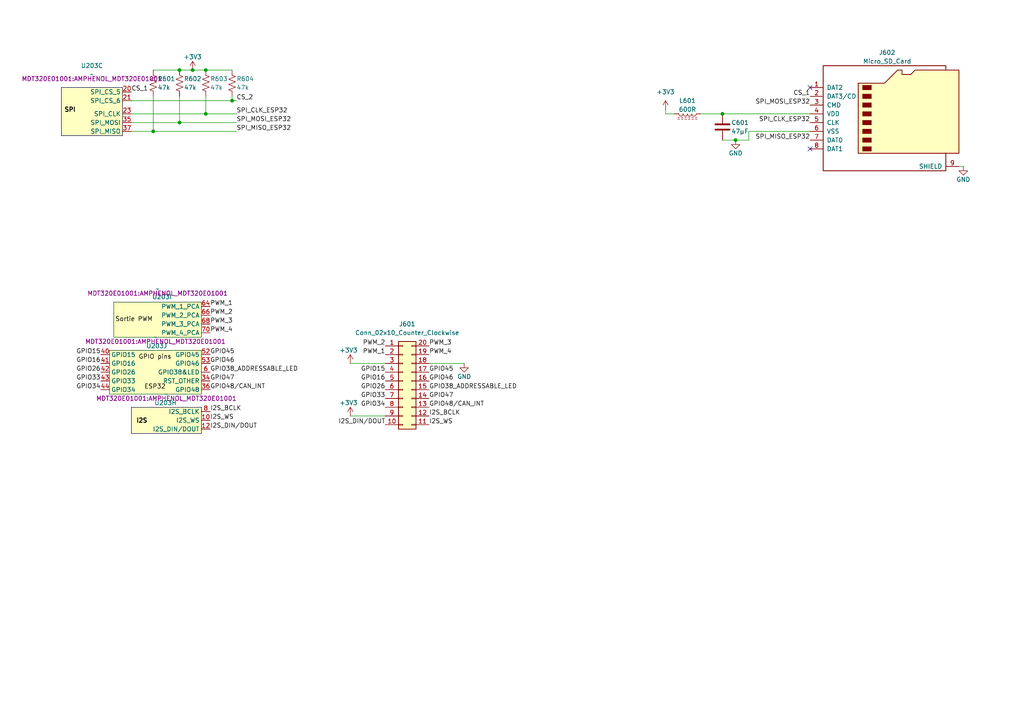
<source format=kicad_sch>
(kicad_sch (version 20231120) (generator "eeschema") (generator_version "8.0")
  (paper "A4")
  (title_block (title "Mobo V2.0") (date "2024-12-19") (rev "2.0") (company "Robotique UdeS - Biogénius") (comment 1 "Jacob Turcotte") (comment 2 "Schéma électrique créer par:"))
  (lib_symbols
    (symbol "Connector:Micro_SD_Card" (pin_names (offset 1.016))
      (property "Reference" "J" (at -16.51 15.24 0))
      (property "Value" "Micro_SD_Card" (at 16.51 15.24 0))
      (symbol "Micro_SD_Card_0_1"
        (rectangle (start -7.62 -9.525) (end -5.08 -10.795) (fill (type outline)))
        (rectangle (start -7.62 -6.985) (end -5.08 -8.255) (fill (type outline)))
        (rectangle (start -7.62 -4.445) (end -5.08 -5.715) (fill (type outline)))
        (rectangle (start -7.62 -1.905) (end -5.08 -3.175) (fill (type outline)))
        (rectangle (start -7.62 0.635) (end -5.08 -0.635) (fill (type outline)))
        (rectangle (start -7.62 3.175) (end -5.08 1.905) (fill (type outline)))
        (rectangle (start -7.62 5.715) (end -5.08 4.445) (fill (type outline)))
        (rectangle (start -7.62 8.255) (end -5.08 6.985) (fill (type outline)))
        (polyline (pts (xy 16.51 12.7) (xy 16.51 13.97) (xy -19.05 13.97) (xy -19.05 -16.51) (xy 16.51 -16.51) (xy 16.51 -11.43)) (stroke (width 0.254)))
        (polyline (pts (xy -8.89 -11.43) (xy -8.89 8.89) (xy -1.27 8.89) (xy 2.54 12.7) (xy 3.81 12.7) (xy 3.81 11.43) (xy 6.35 11.43) (xy 7.62 12.7) (xy 20.32 12.7) (xy 20.32 -11.43) (xy -8.89 -11.43)) (stroke (width 0.254)) (fill (type background)))
      )
      (symbol "Micro_SD_Card_1_1"
        (pin bidirectional line (at -22.86 7.62 0) (length 3.81) (name "DAT2") (number "1"))
        (pin bidirectional line (at -22.86 5.08 0) (length 3.81) (name "DAT3/CD") (number "2"))
        (pin input line (at -22.86 2.54 0) (length 3.81) (name "CMD") (number "3"))
        (pin power_in line (at -22.86 0 0) (length 3.81) (name "VDD") (number "4"))
        (pin input line (at -22.86 -2.54 0) (length 3.81) (name "CLK") (number "5"))
        (pin power_in line (at -22.86 -5.08 0) (length 3.81) (name "VSS") (number "6"))
        (pin bidirectional line (at -22.86 -7.62 0) (length 3.81) (name "DAT0") (number "7"))
        (pin bidirectional line (at -22.86 -10.16 0) (length 3.81) (name "DAT1") (number "8"))
        (pin passive line (at 20.32 -15.24 180) (length 3.81) (name "SHIELD") (number "9"))
      )
    )
    (symbol "Connector_Generic:Conn_02x10_Counter_Clockwise" (pin_names (offset 1.016) hide)
      (property "Reference" "J" (at 1.27 12.7 0))
      (property "Value" "Conn_02x10_Counter_Clockwise" (at 1.27 -15.24 0))
      (symbol "Conn_02x10_Counter_Clockwise_1_1"
        (rectangle (start -1.27 -12.573) (end 0 -12.827) (stroke (width 0.1524)))
        (rectangle (start -1.27 -10.033) (end 0 -10.287) (stroke (width 0.1524)))
        (rectangle (start -1.27 -7.493) (end 0 -7.747) (stroke (width 0.1524)))
        (rectangle (start -1.27 -4.953) (end 0 -5.207) (stroke (width 0.1524)))
        (rectangle (start -1.27 -2.413) (end 0 -2.667) (stroke (width 0.1524)))
        (rectangle (start -1.27 0.127) (end 0 -0.127) (stroke (width 0.1524)))
        (rectangle (start -1.27 2.667) (end 0 2.413) (stroke (width 0.1524)))
        (rectangle (start -1.27 5.207) (end 0 4.953) (stroke (width 0.1524)))
        (rectangle (start -1.27 7.747) (end 0 7.493) (stroke (width 0.1524)))
        (rectangle (start -1.27 10.287) (end 0 10.033) (stroke (width 0.1524)))
        (rectangle (start -1.27 11.43) (end 3.81 -13.97) (stroke (width 0.254)) (fill (type background)))
        (rectangle (start 3.81 -12.573) (end 2.54 -12.827) (stroke (width 0.1524)))
        (rectangle (start 3.81 -10.033) (end 2.54 -10.287) (stroke (width 0.1524)))
        (rectangle (start 3.81 -7.493) (end 2.54 -7.747) (stroke (width 0.1524)))
        (rectangle (start 3.81 -4.953) (end 2.54 -5.207) (stroke (width 0.1524)))
        (rectangle (start 3.81 -2.413) (end 2.54 -2.667) (stroke (width 0.1524)))
        (rectangle (start 3.81 0.127) (end 2.54 -0.127) (stroke (width 0.1524)))
        (rectangle (start 3.81 2.667) (end 2.54 2.413) (stroke (width 0.1524)))
        (rectangle (start 3.81 5.207) (end 2.54 4.953) (stroke (width 0.1524)))
        (rectangle (start 3.81 7.747) (end 2.54 7.493) (stroke (width 0.1524)))
        (rectangle (start 3.81 10.287) (end 2.54 10.033) (stroke (width 0.1524)))
        (pin passive line (at -5.08 10.16 0) (length 3.81) (name "Pin_1") (number "1"))
        (pin passive line (at -5.08 -12.7 0) (length 3.81) (name "Pin_10") (number "10"))
        (pin passive line (at 7.62 -12.7 180) (length 3.81) (name "Pin_11") (number "11"))
        (pin passive line (at 7.62 -10.16 180) (length 3.81) (name "Pin_12") (number "12"))
        (pin passive line (at 7.62 -7.62 180) (length 3.81) (name "Pin_13") (number "13"))
        (pin passive line (at 7.62 -5.08 180) (length 3.81) (name "Pin_14") (number "14"))
        (pin passive line (at 7.62 -2.54 180) (length 3.81) (name "Pin_15") (number "15"))
        (pin passive line (at 7.62 0 180) (length 3.81) (name "Pin_16") (number "16"))
        (pin passive line (at 7.62 2.54 180) (length 3.81) (name "Pin_17") (number "17"))
        (pin passive line (at 7.62 5.08 180) (length 3.81) (name "Pin_18") (number "18"))
        (pin passive line (at 7.62 7.62 180) (length 3.81) (name "Pin_19") (number "19"))
        (pin passive line (at -5.08 7.62 0) (length 3.81) (name "Pin_2") (number "2"))
        (pin passive line (at 7.62 10.16 180) (length 3.81) (name "Pin_20") (number "20"))
        (pin passive line (at -5.08 5.08 0) (length 3.81) (name "Pin_3") (number "3"))
        (pin passive line (at -5.08 2.54 0) (length 3.81) (name "Pin_4") (number "4"))
        (pin passive line (at -5.08 0 0) (length 3.81) (name "Pin_5") (number "5"))
        (pin passive line (at -5.08 -2.54 0) (length 3.81) (name "Pin_6") (number "6"))
        (pin passive line (at -5.08 -5.08 0) (length 3.81) (name "Pin_7") (number "7"))
        (pin passive line (at -5.08 -7.62 0) (length 3.81) (name "Pin_8") (number "8"))
        (pin passive line (at -5.08 -10.16 0) (length 3.81) (name "Pin_9") (number "9"))
      )
    )
    (symbol "Device:C" (pin_numbers hide) (pin_names (offset 0.254))
      (property "Reference" "C" (at 0.635 2.54 0))
      (property "Value" "C" (at 0.635 -2.54 0))
      (symbol "C_0_1"
        (polyline (pts (xy -2.032 -0.762) (xy 2.032 -0.762)) (stroke (width 0.508)))
        (polyline (pts (xy -2.032 0.762) (xy 2.032 0.762)) (stroke (width 0.508)))
      )
      (symbol "C_1_1"
        (pin passive line (at 0 3.81 270) (length 2.794) (name "~") (number "1"))
        (pin passive line (at 0 -3.81 90) (length 2.794) (name "~") (number "2"))
      )
    )
    (symbol "Device:L_Ferrite" (pin_numbers hide) (pin_names (offset 1.016) hide)
      (property "Reference" "L" (at -1.27 0 90))
      (property "Value" "L_Ferrite" (at 2.794 0 90))
      (symbol "L_Ferrite_0_1"
        (arc (start 0 -2.54) (mid 0.6323 -1.905) (end 0 -1.27))
        (arc (start 0 -1.27) (mid 0.6323 -0.635) (end 0 0))
        (polyline (pts (xy 1.016 -2.794) (xy 1.016 -2.286)))
        (polyline (pts (xy 1.016 -1.778) (xy 1.016 -1.27)))
        (polyline (pts (xy 1.016 -0.762) (xy 1.016 -0.254)))
        (polyline (pts (xy 1.016 0.254) (xy 1.016 0.762)))
        (polyline (pts (xy 1.016 1.27) (xy 1.016 1.778)))
        (polyline (pts (xy 1.016 2.286) (xy 1.016 2.794)))
        (polyline (pts (xy 1.524 -2.286) (xy 1.524 -2.794)))
        (polyline (pts (xy 1.524 -1.27) (xy 1.524 -1.778)))
        (polyline (pts (xy 1.524 -0.254) (xy 1.524 -0.762)))
        (polyline (pts (xy 1.524 0.762) (xy 1.524 0.254)))
        (polyline (pts (xy 1.524 1.778) (xy 1.524 1.27)))
        (polyline (pts (xy 1.524 2.794) (xy 1.524 2.286)))
        (arc (start 0 0) (mid 0.6323 0.635) (end 0 1.27))
        (arc (start 0 1.27) (mid 0.6323 1.905) (end 0 2.54))
      )
      (symbol "L_Ferrite_1_1"
        (pin passive line (at 0 3.81 270) (length 1.27) (name "1") (number "1"))
        (pin passive line (at 0 -3.81 90) (length 1.27) (name "2") (number "2"))
      )
    )
    (symbol "Device:R_US" (pin_numbers hide) (pin_names (offset 0))
      (property "Reference" "R" (at 2.54 0 90))
      (property "Value" "R_US" (at -2.54 0 90))
      (symbol "R_US_0_1"
        (polyline (pts (xy 0 -2.286) (xy 0 -2.54)))
        (polyline (pts (xy 0 2.286) (xy 0 2.54)))
        (polyline (pts (xy 0 -0.762) (xy 1.016 -1.143) (xy 0 -1.524) (xy -1.016 -1.905) (xy 0 -2.286)))
        (polyline (pts (xy 0 0.762) (xy 1.016 0.381) (xy 0 0) (xy -1.016 -0.381) (xy 0 -0.762)))
        (polyline (pts (xy 0 2.286) (xy 1.016 1.905) (xy 0 1.524) (xy -1.016 1.143) (xy 0 0.762)))
      )
      (symbol "R_US_1_1"
        (pin passive line (at 0 3.81 270) (length 1.27) (name "~") (number "1"))
        (pin passive line (at 0 -3.81 90) (length 1.27) (name "~") (number "2"))
      )
    )
    (symbol "connecteur_m2_key_E:connecteur_SOM_ESP32_V2"
      (property "Reference" "U" (at 0 9.652 0))
      (property "Footprint" "MDT320E01001:AMPHENOL_MDT320E01001" (at 0 9.652 0))
      (symbol "connecteur_SOM_ESP32_V2_1_1"
        (rectangle (start -13.97 0) (end 13.97 -35.56) (stroke (width 0) (color 72 0 0 1)) (fill (type background)))
        (text "Pins d'alimentation\n&\nResets" (at 0 -16.764 0) (effects (font (size 1.27 1.27) (bold yes))))
        (pin power_in line (at 16.51 -1.27 180) (length 2.54) (name "GND") (number "1"))
        (pin power_in line (at 16.51 -6.35 180) (length 2.54) (name "GND") (number "18"))
        (pin power_in line (at -16.51 -1.27 0) (length 2.54) (name "Vcc_3v3") (number "2"))
        (pin power_in line (at 16.51 -8.89 180) (length 2.54) (name "GND") (number "33"))
        (pin power_in line (at 16.51 -11.43 180) (length 2.54) (name "GND") (number "38"))
        (pin power_in line (at 16.51 -13.97 180) (length 2.54) (name "GND") (number "39"))
        (pin power_in line (at -16.51 -3.81 0) (length 2.54) (name "Vcc_3v3") (number "4"))
        (pin power_in line (at 16.51 -16.51 180) (length 2.54) (name "GND") (number "45"))
        (pin power_in line (at -16.51 -8.89 0) (length 2.54) (name "Vcc_5V") (number "50"))
        (pin power_in line (at 16.51 -19.05 180) (length 2.54) (name "GND") (number "51"))
        (pin bidirectional line (at -16.51 -6.35 0) (length 2.54) (name "RESET_AUTRES") (number "54"))
        (pin power_in line (at 16.51 -21.59 180) (length 2.54) (name "GND") (number "55"))
        (pin bidirectional line (at -16.51 -29.21 0) (length 2.54) (name "RESET_ESP32") (number "56"))
        (pin power_in line (at 16.51 -24.13 180) (length 2.54) (name "GND") (number "57"))
        (pin power_in line (at 16.51 -26.67 180) (length 2.54) (name "GND") (number "62"))
        (pin power_in line (at 16.51 -29.21 180) (length 2.54) (name "GND") (number "63"))
        (pin power_in line (at 16.51 -31.75 180) (length 2.54) (name "GND") (number "69"))
        (pin power_in line (at 16.51 -3.81 180) (length 2.54) (name "GND") (number "7"))
        (pin power_in line (at -16.51 -31.75 0) (length 2.54) (name "Vcc_3v3") (number "72"))
        (pin power_in line (at -16.51 -34.29 0) (length 2.54) (name "Vcc_3v3") (number "74"))
        (pin power_in line (at 16.51 -34.29 180) (length 2.54) (name "GND") (number "75"))
      )
      (symbol "connecteur_SOM_ESP32_V2_2_1"
        (rectangle (start -17.78 0) (end 16.51 -24.13) (stroke (width 0) (color 0 0 72 1)) (fill (type background)))
        (text "I2C" (at -0.254 -11.684 0) (effects (font (size 1.27 1.27))))
        (pin bidirectional line (at 19.05 -3.81 180) (length 2.54) (name "I2C_SCL_1_TCA") (number "11"))
        (pin bidirectional line (at 19.05 -7.62 180) (length 2.54) (name "I2C_SDA_2_TCA") (number "13"))
        (pin bidirectional line (at 19.05 -13.97 180) (length 2.54) (name "I2C_SDA_3_TCA") (number "14"))
        (pin bidirectional line (at 19.05 -10.16 180) (length 2.54) (name "I2C_SCL_2_TCA") (number "15"))
        (pin bidirectional line (at 19.05 -16.51 180) (length 2.54) (name "I2C_SCL_3_TCA") (number "16"))
        (pin bidirectional line (at 19.05 -20.32 180) (length 2.54) (name "I2C_SDA_4_TCA") (number "17"))
        (pin bidirectional line (at 19.05 -22.86 180) (length 2.54) (name "I2C_SCL_4_TCA") (number "19"))
        (pin bidirectional line (at -20.32 -10.16 0) (length 2.54) (name "I2C_SDA_ESP32") (number "58"))
        (pin bidirectional line (at -20.32 -12.7 0) (length 2.54) (name "I2C_SCL_ESP32") (number "60"))
        (pin bidirectional line (at 19.05 -1.27 180) (length 2.54) (name "I2C_SDA_1_TCA") (number "9"))
      )
      (symbol "connecteur_SOM_ESP32_V2_3_1"
        (rectangle (start -2.54 6.35) (end 15.24 -7.62) (stroke (width 0) (color 0 0 72 1)) (fill (type background)))
        (text "SPI" (at 0 0 0) (effects (font (size 1.27 1.27) (bold yes))))
        (pin bidirectional line (at 17.78 5.08 180) (length 2.54) (name "SPI_CS_5") (number "20"))
        (pin bidirectional line (at 17.78 2.54 180) (length 2.54) (name "SPI_CS_6") (number "21"))
        (pin bidirectional line (at 17.78 -1.27 180) (length 2.54) (name "SPI_CLK") (number "23"))
        (pin bidirectional line (at 17.78 -3.81 180) (length 2.54) (name "SPI_MOSI") (number "35"))
        (pin bidirectional line (at 17.78 -6.35 180) (length 2.54) (name "SPI_MISO") (number "37"))
      )
      (symbol "connecteur_SOM_ESP32_V2_4_1"
        (rectangle (start -12.7 2.54) (end 11.43 -2.54) (stroke (width 0) (color 0 0 72 1)) (fill (type background)))
        (text "Canbus" (at -8.636 0.254 0) (effects (font (size 1.27 1.27) (bold yes))))
        (pin bidirectional line (at 13.97 1.27 180) (length 2.54) (name "CAN_H_MCP2515") (number "71"))
        (pin bidirectional line (at 13.97 -1.27 180) (length 2.54) (name "CAN_L_MCP2515") (number "73"))
      )
      (symbol "connecteur_SOM_ESP32_V2_5_1"
        (rectangle (start -11.43 2.54) (end 3.81 -2.54) (stroke (width 0) (color 0 0 72 1)) (fill (type background)))
        (text "UART" (at -7.874 0.254 0) (effects (font (size 1.27 1.27) (bold yes))))
        (pin bidirectional line (at 6.35 1.27 180) (length 2.54) (name "UART_TX") (number "22"))
        (pin bidirectional line (at 6.35 -1.27 180) (length 2.54) (name "UART_RX") (number "32"))
      )
      (symbol "connecteur_SOM_ESP32_V2_6_1"
        (rectangle (start -13.97 2.54) (end 8.89 -2.54) (stroke (width 0) (color 0 0 72 1)) (fill (type background)))
        (text "USB" (at -11.176 0.254 0) (effects (font (size 1.27 1.27) (bold yes))))
        (pin bidirectional line (at 11.43 -1.27 180) (length 2.54) (name "USB_D+_FT231") (number "3"))
        (pin bidirectional line (at 11.43 1.27 180) (length 2.54) (name "USB_D-_FT231") (number "5"))
      )
      (symbol "connecteur_SOM_ESP32_V2_7_1"
        (rectangle (start -13.97 2.54) (end 10.16 -2.54) (stroke (width 0) (color 0 0 72 1)) (fill (type background)))
        (text "DEBUG" (at -9.906 0.254 0) (effects (font (size 1.27 1.27) (bold yes))))
        (pin bidirectional line (at 12.7 1.27 180) (length 2.54) (name "USB_DEBUG_D-") (number "46"))
        (pin bidirectional line (at 12.7 -1.27 180) (length 2.54) (name "USB_DEBUG_D+") (number "48"))
      )
      (symbol "connecteur_SOM_ESP32_V2_8_1"
        (rectangle (start -15.24 3.81) (end 5.08 -3.81) (stroke (width 0) (color 0 0 72 1)) (fill (type background)))
        (text "I2S" (at -12.192 0 0) (effects (font (size 1.27 1.27) (bold yes))))
        (pin bidirectional line (at 7.62 0 180) (length 2.54) (name "I2S_WS") (number "10"))
        (pin bidirectional line (at 7.62 -2.54 180) (length 2.54) (name "I2S_DIN/DOUT") (number "12"))
        (pin bidirectional line (at 7.62 2.54 180) (length 2.54) (name "I2S_BCLK") (number "8"))
      )
      (symbol "connecteur_SOM_ESP32_V2_9_1"
        (rectangle (start -11.43 5.08) (end 13.97 -5.08) (stroke (width 0) (color 0 72 0 1)) (fill (type background)))
        (text "Sortie PWM\n" (at -5.588 0.254 0) (effects (font (size 1.27 1.27))))
        (pin output line (at 16.51 3.81 180) (length 2.54) (name "PWM_1_PCA") (number "64"))
        (pin output line (at 16.51 1.27 180) (length 2.54) (name "PWM_2_PCA") (number "66"))
        (pin output line (at 16.51 -1.27 180) (length 2.54) (name "PWM_3_PCA") (number "68"))
        (pin output line (at 16.51 -3.81 180) (length 2.54) (name "PWM_4_PCA") (number "70"))
      )
      (symbol "connecteur_SOM_ESP32_V2_10_1"
        (rectangle (start -13.97 3.81) (end 12.7 -8.89) (stroke (width 0) (color 0 72 0 1)) (fill (type background)))
        (text "ESP32\n" (at -0.762 -6.604 0) (effects (font (size 1.27 1.27))))
        (text "GPIO pins" (at -0.762 2.032 0) (effects (font (size 1.27 1.27))))
        (pin bidirectional line (at 15.24 -5.08 180) (length 2.54) (name "RST_OTHER") (number "34"))
        (pin bidirectional line (at 15.24 -7.62 180) (length 2.54) (name "GPIO48") (number "36"))
        (pin bidirectional line (at -16.51 2.54 0) (length 2.54) (name "GPIO15") (number "40"))
        (pin bidirectional line (at -16.51 0 0) (length 2.54) (name "GPIO16") (number "41"))
        (pin bidirectional line (at -16.51 -2.54 0) (length 2.54) (name "GPIO26") (number "42"))
        (pin bidirectional line (at -16.51 -5.08 0) (length 2.54) (name "GPIO33") (number "43"))
        (pin bidirectional line (at -16.51 -7.62 0) (length 2.54) (name "GPIO34") (number "44"))
        (pin bidirectional line (at 15.24 2.54 180) (length 2.54) (name "GPIO45") (number "52"))
        (pin bidirectional line (at 15.24 0 180) (length 2.54) (name "GPIO46") (number "53"))
        (pin bidirectional line (at 15.24 -2.54 180) (length 2.54) (name "GPIO38&LED") (number "6"))
      )
    )
    (symbol "power:+3V3" (power) (pin_numbers hide) (pin_names (offset 0) hide)
      (property "Value" "+3V3" (at 0 3.556 0))
      (symbol "+3V3_0_1"
        (polyline (pts (xy -0.762 1.27) (xy 0 2.54)))
        (polyline (pts (xy 0 0) (xy 0 2.54)))
        (polyline (pts (xy 0 2.54) (xy 0.762 1.27)))
      )
      (symbol "+3V3_1_1"
        (pin power_in line (at 0 0 90) (length 0) (name "~") (number "1"))
      )
    )
    (symbol "power:GND" (power) (pin_numbers hide) (pin_names (offset 0) hide)
      (property "Value" "GND" (at 0 -3.81 0))
      (symbol "GND_0_1"
        (polyline (pts (xy 0 0) (xy 0 -1.27) (xy 1.27 -1.27) (xy 0 -2.54) (xy -1.27 -1.27) (xy 0 -1.27)))
      )
      (symbol "GND_1_1"
        (pin power_in line (at 0 0 270) (length 0) (name "~") (number "1"))
      )
    )
  )
  (junction (at 213.36 40.64))
  (junction (at 59.69 20.32))
  (junction (at 55.88 20.32))
  (junction (at 44.45 38.1))
  (junction (at 52.07 20.32))
  (junction (at 52.07 35.56))
  (junction (at 67.31 29.21))
  (junction (at 209.55 33.02))
  (junction (at 59.69 33.02))
  (no_connect (at 234.95 25.4))
  (no_connect (at 234.95 43.18))
  (wire (pts (xy 44.45 27.94) (xy 44.45 38.1)))
  (wire (pts (xy 209.55 33.02) (xy 234.95 33.02)))
  (wire (pts (xy 44.45 20.32) (xy 52.07 20.32)))
  (wire (pts (xy 68.58 33.02) (xy 59.69 33.02)))
  (wire (pts (xy 217.17 38.1) (xy 234.95 38.1)))
  (wire (pts (xy 193.04 33.02) (xy 195.58 33.02)))
  (wire (pts (xy 67.31 29.21) (xy 38.1 29.21)))
  (wire (pts (xy 101.6 105.41) (xy 111.76 105.41)))
  (wire (pts (xy 68.58 35.56) (xy 52.07 35.56)))
  (wire (pts (xy 101.6 120.65) (xy 111.76 120.65)))
  (wire (pts (xy 52.07 20.32) (xy 55.88 20.32)))
  (wire (pts (xy 59.69 33.02) (xy 38.1 33.02)))
  (wire (pts (xy 203.2 33.02) (xy 209.55 33.02)))
  (wire (pts (xy 209.55 40.64) (xy 213.36 40.64)))
  (wire (pts (xy 55.88 20.32) (xy 59.69 20.32)))
  (wire (pts (xy 59.69 27.94) (xy 59.69 33.02)))
  (wire (pts (xy 278.13 48.26) (xy 279.4 48.26)))
  (wire (pts (xy 124.46 105.41) (xy 134.62 105.41)))
  (wire (pts (xy 52.07 35.56) (xy 38.1 35.56)))
  (wire (pts (xy 193.04 31.75) (xy 193.04 33.02)))
  (wire (pts (xy 68.58 38.1) (xy 44.45 38.1)))
  (wire (pts (xy 52.07 27.94) (xy 52.07 35.56)))
  (wire (pts (xy 217.17 40.64) (xy 217.17 38.1)))
  (wire (pts (xy 44.45 38.1) (xy 38.1 38.1)))
  (wire (pts (xy 59.69 20.32) (xy 67.31 20.32)))
  (wire (pts (xy 213.36 40.64) (xy 217.17 40.64)))
  (wire (pts (xy 68.58 29.21) (xy 67.31 29.21)))
  (wire (pts (xy 67.31 27.94) (xy 67.31 29.21)))
  (label "GPIO48{slash}CAN_INT" (at 124.46 118.11 0))
  (label "GPIO26" (at 111.76 113.03 180))
  (label "I2S_WS" (at 60.96 121.92 0))
  (label "GPIO46" (at 124.46 110.49 0))
  (label "GPIO15" (at 111.76 107.95 180))
  (label "SPI_MISO_ESP32" (at 234.95 40.64 180))
  (label "GPIO33" (at 111.76 115.57 180))
  (label "GPIO26" (at 29.21 107.95 180))
  (label "GPIO47" (at 60.96 110.49 0))
  (label "GPIO47" (at 124.46 115.57 0))
  (label "GPIO15" (at 29.21 102.87 180))
  (label "SPI_MOSI_ESP32" (at 68.58 35.56 0))
  (label "CS_2" (at 68.58 29.21 0))
  (label "I2S_BCLK" (at 124.46 120.65 0))
  (label "PWM_1" (at 60.96 88.9 0))
  (label "GPIO46" (at 60.96 105.41 0))
  (label "PWM_2" (at 60.96 91.44 0))
  (label "GPIO34" (at 29.21 113.03 180))
  (label "CS_1" (at 234.95 27.94 180))
  (label "GPIO38_ADDRESSABLE_LED" (at 60.96 107.95 0))
  (label "GPIO45" (at 60.96 102.87 0))
  (label "CS_1" (at 38.1 26.67 0))
  (label "I2S_WS" (at 124.46 123.19 0))
  (label "GPIO33" (at 29.21 110.49 180))
  (label "SPI_CLK_ESP32" (at 68.58 33.02 0))
  (label "I2S_DIN{slash}DOUT" (at 60.96 124.46 0))
  (label "PWM_1" (at 111.76 102.87 180))
  (label "GPIO48{slash}CAN_INT" (at 60.96 113.03 0))
  (label "GPIO16" (at 29.21 105.41 180))
  (label "PWM_3" (at 60.96 93.98 0))
  (label "I2S_DIN{slash}DOUT" (at 111.76 123.19 180))
  (label "GPIO16" (at 111.76 110.49 180))
  (label "PWM_4" (at 60.96 96.52 0))
  (label "SPI_MISO_ESP32" (at 68.58 38.1 0))
  (label "GPIO45" (at 124.46 107.95 0))
  (label "PWM_4" (at 124.46 102.87 0))
  (label "I2S_BCLK" (at 60.96 119.38 0))
  (label "PWM_2" (at 111.76 100.33 180))
  (label "SPI_CLK_ESP32" (at 234.95 35.56 180))
  (label "GPIO34" (at 111.76 118.11 180))
  (label "PWM_3" (at 124.46 100.33 0))
  (label "GPIO38_ADDRESSABLE_LED" (at 124.46 113.03 0))
  (label "SPI_MOSI_ESP32" (at 234.95 30.48 180))
  (symbol (lib_id "power:GND") (at 134.62 105.41 0) (unit 1)
    (property "Reference" "#PWR0604" (effects (hide yes)))
    (property "Value" "GND" (at 134.62 109.22 0))
    (property "Description" "Power symbol creates a global label with name \"GND\" , ground" (effects (hide yes)))
  )
  (symbol (lib_id "Device:C") (at 209.55 36.83 0) (unit 1)
    (property "Reference" "C601" (at 212.09 35.56 0) (effects (justify left)))
    (property "Value" "47µF" (at 212.09 38.1 0) (effects (justify left)))
    (property "Footprint" "Capacitor_SMD:C_1206_3216Metric_Pad1.33x1.80mm_HandSolder" (effects (hide yes)))
    (property "Description" "Unpolarized capacitor" (effects (hide yes)))
  )
  (symbol (lib_id "power:+3V3") (at 101.6 105.41 0) (unit 1)
    (property "Reference" "#PWR0602" (effects (hide yes)))
    (property "Value" "+3V3" (at 101.092 101.6 0))
    (property "Description" "Power symbol creates a global label with name \"+3V3\"" (effects (hide yes)))
  )
  (symbol (lib_id "Connector_Generic:Conn_02x10_Counter_Clockwise") (at 116.84 110.49 0) (unit 1)
    (property "Reference" "J601" (at 118.11 93.98 0))
    (property "Value" "Conn_02x10_Counter_Clockwise" (at 118.11 96.52 0))
    (property "Footprint" "Connector_PinSocket_2.54mm:PinSocket_2x10_P2.54mm_Vertical_SMD" (effects (hide yes)))
    (property "Description" "Generic connector, double row, 02x10, counter clockwise pin numbering scheme (similar to DIP package numbering), script generated (kicad-library-utils/schlib/autogen/connector/)" (effects (hide yes)))
  )
  (symbol (lib_id "connecteur_m2_key_E:connecteur_SOM_ESP32_V2") (at 44.45 92.71 0) (unit 9)
    (property "Reference" "U203" (at 46.99 86.106 0))
    (property "Value" "~" (at 45.72 83.82 0))
    (property "Footprint" "MDT320E01001:AMPHENOL_MDT320E01001" (at 45.72 85.09 0))
  )
  (symbol (lib_id "Device:L_Ferrite") (at 199.39 33.02 270) (unit 1)
    (property "Reference" "L601" (at 199.39 29.21 90))
    (property "Value" "600R" (at 199.39 31.75 90))
    (property "Footprint" "Resistor_SMD:R_0805_2012Metric_Pad1.20x1.40mm_HandSolder" (effects (hide yes)))
    (property "Description" "Inductor with ferrite core" (effects (hide yes)))
  )
  (symbol (lib_id "Device:R_US") (at 52.07 24.13 0) (unit 1)
    (property "Reference" "R602" (at 53.34 22.86 0) (effects (justify left)))
    (property "Value" "47k" (at 53.34 25.4 0) (effects (justify left)))
    (property "Footprint" "Resistor_SMD:R_0603_1608Metric_Pad0.98x0.95mm_HandSolder" (effects (hide yes)))
    (property "Description" "Resistor, US symbol" (effects (hide yes)))
  )
  (symbol (lib_id "Device:R_US") (at 44.45 24.13 0) (unit 1)
    (property "Reference" "R601" (at 45.72 22.86 0) (effects (justify left)))
    (property "Value" "47k" (at 45.72 25.4 0) (effects (justify left)))
    (property "Footprint" "Resistor_SMD:R_0603_1608Metric_Pad0.98x0.95mm_HandSolder" (effects (hide yes)))
    (property "Description" "Resistor, US symbol" (effects (hide yes)))
  )
  (symbol (lib_id "power:+3V3") (at 101.6 120.65 0) (unit 1)
    (property "Reference" "#PWR0603" (effects (hide yes)))
    (property "Value" "+3V3" (at 101.092 116.84 0))
    (property "Description" "Power symbol creates a global label with name \"+3V3\"" (effects (hide yes)))
  )
  (symbol (lib_id "power:GND") (at 213.36 40.64 0) (unit 1)
    (property "Reference" "#PWR0606" (effects (hide yes)))
    (property "Value" "GND" (at 213.36 44.45 0))
    (property "Description" "Power symbol creates a global label with name \"GND\" , ground" (effects (hide yes)))
  )
  (symbol (lib_id "power:+3V3") (at 193.04 31.75 0) (unit 1)
    (property "Reference" "#PWR0605" (effects (hide yes)))
    (property "Value" "+3V3" (at 193.04 26.67 0))
    (property "Description" "Power symbol creates a global label with name \"+3V3\"" (effects (hide yes)))
  )
  (symbol (lib_id "Connector:Micro_SD_Card") (at 257.81 33.02 0) (unit 1)
    (property "Reference" "J602" (at 257.302 15.24 0))
    (property "Value" "Micro_SD_Card" (at 257.302 17.78 0))
    (property "Footprint" "Connector_Card:microSD_HC_Wuerth_693072010801" (effects (hide yes)))
    (property "Datasheet" "https://www.we-online.com/components/products/datasheet/693072010801.pdf" (effects (hide yes)))
    (property "Description" "Micro SD Card Socket" (effects (hide yes)))
  )
  (symbol (lib_id "power:GND") (at 279.4 48.26 0) (unit 1)
    (property "Reference" "#PWR0607" (effects (hide yes)))
    (property "Value" "GND" (at 279.4 52.07 0))
    (property "Description" "Power symbol creates a global label with name \"GND\" , ground" (effects (hide yes)))
  )
  (symbol (lib_id "connecteur_m2_key_E:connecteur_SOM_ESP32_V2") (at 45.72 105.41 0) (unit 10)
    (property "Reference" "U203" (at 45.466 100.33 0))
    (property "Value" "~" (at 45.085 97.79 0))
    (property "Footprint" "MDT320E01001:AMPHENOL_MDT320E01001" (at 45.085 99.06 0))
  )
  (symbol (lib_id "Device:R_US") (at 67.31 24.13 0) (unit 1)
    (property "Reference" "R604" (at 68.58 22.86 0) (effects (justify left)))
    (property "Value" "47k" (at 68.58 25.4 0) (effects (justify left)))
    (property "Footprint" "Resistor_SMD:R_0603_1608Metric_Pad0.98x0.95mm_HandSolder" (effects (hide yes)))
    (property "Description" "Resistor, US symbol" (effects (hide yes)))
  )
  (symbol (lib_id "connecteur_m2_key_E:connecteur_SOM_ESP32_V2") (at 20.32 31.75 0) (unit 3)
    (property "Reference" "U203" (at 26.67 19.05 0))
    (property "Value" "~" (at 26.67 21.59 0))
    (property "Footprint" "MDT320E01001:AMPHENOL_MDT320E01001" (at 26.67 22.86 0))
  )
  (symbol (lib_id "power:+3V3") (at 55.88 20.32 0) (unit 1)
    (property "Reference" "#PWR0601" (effects (hide yes)))
    (property "Value" "+3V3" (at 55.88 16.51 0))
    (property "Description" "Power symbol creates a global label with name \"+3V3\"" (effects (hide yes)))
  )
  (symbol (lib_id "Device:R_US") (at 59.69 24.13 0) (unit 1)
    (property "Reference" "R603" (at 60.96 22.86 0) (effects (justify left)))
    (property "Value" "47k" (at 60.96 25.4 0) (effects (justify left)))
    (property "Footprint" "Resistor_SMD:R_0603_1608Metric_Pad0.98x0.95mm_HandSolder" (effects (hide yes)))
    (property "Description" "Resistor, US symbol" (effects (hide yes)))
  )
  (symbol (lib_id "connecteur_m2_key_E:connecteur_SOM_ESP32_V2") (at 53.34 121.92 0) (unit 8)
    (property "Reference" "U203" (at 48.006 116.84 0))
    (property "Value" "~" (at 48.26 114.3 0))
    (property "Footprint" "MDT320E01001:AMPHENOL_MDT320E01001" (at 48.26 115.57 0))
  )
)
</source>
